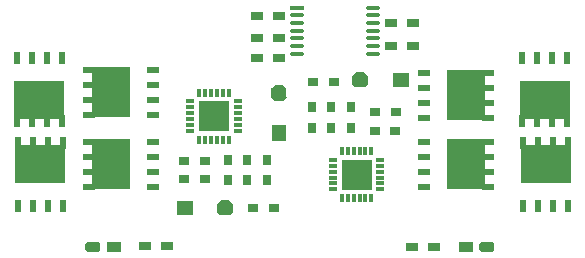
<source format=gtp>
G04*
G04 #@! TF.GenerationSoftware,Altium Limited,Altium Designer,22.1.2 (22)*
G04*
G04 Layer_Color=8421504*
%FSLAX25Y25*%
%MOIN*%
G70*
G04*
G04 #@! TF.SameCoordinates,95D767EF-CC4A-4202-867B-88222CEBD608*
G04*
G04*
G04 #@! TF.FilePolarity,Positive*
G04*
G01*
G75*
%ADD16R,0.04000X0.03150*%
%ADD17R,0.05000X0.05500*%
G04:AMPARAMS|DCode=18|XSize=55mil|YSize=50mil|CornerRadius=0mil|HoleSize=0mil|Usage=FLASHONLY|Rotation=90.000|XOffset=0mil|YOffset=0mil|HoleType=Round|Shape=Octagon|*
%AMOCTAGOND18*
4,1,8,0.01250,0.02750,-0.01250,0.02750,-0.02500,0.01500,-0.02500,-0.01500,-0.01250,-0.02750,0.01250,-0.02750,0.02500,-0.01500,0.02500,0.01500,0.01250,0.02750,0.0*
%
%ADD18OCTAGOND18*%

%ADD19R,0.03150X0.01181*%
%ADD20R,0.01181X0.03150*%
%ADD21R,0.10236X0.10236*%
%ADD22R,0.03940X0.01960*%
%ADD23R,0.12800X0.16950*%
G04:AMPARAMS|DCode=24|XSize=50mil|YSize=35mil|CornerRadius=0mil|HoleSize=0mil|Usage=FLASHONLY|Rotation=180.000|XOffset=0mil|YOffset=0mil|HoleType=Round|Shape=Octagon|*
%AMOCTAGOND24*
4,1,8,-0.02500,0.00875,-0.02500,-0.00875,-0.01625,-0.01750,0.01625,-0.01750,0.02500,-0.00875,0.02500,0.00875,0.01625,0.01750,-0.01625,0.01750,-0.02500,0.00875,0.0*
%
%ADD24OCTAGOND24*%

%ADD25R,0.05000X0.03500*%
%ADD26R,0.03500X0.03000*%
%ADD27R,0.05500X0.05000*%
G04:AMPARAMS|DCode=28|XSize=55mil|YSize=50mil|CornerRadius=0mil|HoleSize=0mil|Usage=FLASHONLY|Rotation=180.000|XOffset=0mil|YOffset=0mil|HoleType=Round|Shape=Octagon|*
%AMOCTAGOND28*
4,1,8,-0.02750,0.01250,-0.02750,-0.01250,-0.01500,-0.02500,0.01500,-0.02500,0.02750,-0.01250,0.02750,0.01250,0.01500,0.02500,-0.01500,0.02500,-0.02750,0.01250,0.0*
%
%ADD28OCTAGOND28*%

%ADD29R,0.03000X0.03500*%
%ADD30O,0.04724X0.01260*%
%ADD31R,0.04724X0.01260*%
%ADD32R,0.01960X0.03940*%
%ADD33R,0.16950X0.12800*%
D16*
X117700Y83000D02*
D03*
X125000D02*
D03*
X117850Y75500D02*
D03*
X125150D02*
D03*
X117850Y69000D02*
D03*
X125150D02*
D03*
X162350Y80500D02*
D03*
X169650D02*
D03*
X162350Y73000D02*
D03*
X169650D02*
D03*
X80350Y6200D02*
D03*
X87650D02*
D03*
X169350Y6000D02*
D03*
X176650D02*
D03*
D17*
X125000Y43750D02*
D03*
D18*
Y57250D02*
D03*
D19*
X95625Y54403D02*
D03*
Y52434D02*
D03*
Y46529D02*
D03*
Y44561D02*
D03*
X111373Y46529D02*
D03*
Y44561D02*
D03*
Y48498D02*
D03*
X95625D02*
D03*
X111373Y50466D02*
D03*
X95625D02*
D03*
X111373Y54403D02*
D03*
Y52434D02*
D03*
X158874Y25079D02*
D03*
Y27047D02*
D03*
Y32953D02*
D03*
Y34921D02*
D03*
X143126Y32953D02*
D03*
Y34921D02*
D03*
Y30984D02*
D03*
X158874D02*
D03*
X143126Y29016D02*
D03*
X158874D02*
D03*
X143126Y25079D02*
D03*
Y27047D02*
D03*
D20*
X106452Y41608D02*
D03*
X108421Y57356D02*
D03*
X106452D02*
D03*
X104484D02*
D03*
X98578Y41608D02*
D03*
X100547D02*
D03*
X102515D02*
D03*
X104484D02*
D03*
X100547Y57356D02*
D03*
X108421Y41608D02*
D03*
X102515Y57356D02*
D03*
X98578D02*
D03*
X148047Y37874D02*
D03*
X146079Y22126D02*
D03*
X148047D02*
D03*
X150016D02*
D03*
X155921Y37874D02*
D03*
X153953D02*
D03*
X151984D02*
D03*
X150016D02*
D03*
X153953Y22126D02*
D03*
X146079Y37874D02*
D03*
X151984Y22126D02*
D03*
X155921D02*
D03*
D21*
X103500Y49500D02*
D03*
X150999Y29982D02*
D03*
D22*
X194720Y49000D02*
D03*
Y54000D02*
D03*
Y59000D02*
D03*
Y64000D02*
D03*
X173500D02*
D03*
Y59000D02*
D03*
Y54000D02*
D03*
Y49000D02*
D03*
X194720Y26000D02*
D03*
Y31000D02*
D03*
Y36000D02*
D03*
Y41000D02*
D03*
X173500D02*
D03*
Y36000D02*
D03*
Y31000D02*
D03*
Y26000D02*
D03*
X83129Y65000D02*
D03*
Y60000D02*
D03*
Y55000D02*
D03*
Y50000D02*
D03*
X61909D02*
D03*
Y55000D02*
D03*
Y60000D02*
D03*
Y65000D02*
D03*
X83129Y41000D02*
D03*
Y36000D02*
D03*
Y31000D02*
D03*
Y26000D02*
D03*
X61909D02*
D03*
Y31000D02*
D03*
Y36000D02*
D03*
Y41000D02*
D03*
D23*
X187629Y56500D02*
D03*
Y33500D02*
D03*
X69000Y57500D02*
D03*
Y33500D02*
D03*
D24*
X63000Y6000D02*
D03*
X194500D02*
D03*
D25*
X70000D02*
D03*
X187500D02*
D03*
D26*
X143500Y61000D02*
D03*
X136600D02*
D03*
X157000Y44500D02*
D03*
X163900D02*
D03*
X164000Y51000D02*
D03*
X157100D02*
D03*
X123400Y19000D02*
D03*
X116500D02*
D03*
X100500Y34500D02*
D03*
X93600D02*
D03*
X93500Y28500D02*
D03*
X100400D02*
D03*
D27*
X165750Y61500D02*
D03*
X93750Y19000D02*
D03*
D28*
X152250Y61500D02*
D03*
X107250Y19000D02*
D03*
D29*
X108000Y35000D02*
D03*
Y28100D02*
D03*
X114500D02*
D03*
Y35000D02*
D03*
X121000Y28100D02*
D03*
Y35000D02*
D03*
X149000Y45500D02*
D03*
Y52400D02*
D03*
X142500Y52500D02*
D03*
Y45600D02*
D03*
X136000Y45500D02*
D03*
Y52400D02*
D03*
D30*
X156500Y70264D02*
D03*
Y72823D02*
D03*
Y75382D02*
D03*
Y77941D02*
D03*
Y80500D02*
D03*
Y83059D02*
D03*
Y85618D02*
D03*
X131303Y70264D02*
D03*
Y72823D02*
D03*
Y75382D02*
D03*
Y77941D02*
D03*
Y80500D02*
D03*
Y83059D02*
D03*
D31*
Y85618D02*
D03*
D32*
X221500Y40591D02*
D03*
X216500D02*
D03*
X211500D02*
D03*
X206500D02*
D03*
Y19371D02*
D03*
X211500D02*
D03*
X216500D02*
D03*
X221500D02*
D03*
X206264Y47780D02*
D03*
X211264D02*
D03*
X216264D02*
D03*
X221264D02*
D03*
Y69000D02*
D03*
X216264D02*
D03*
X211264D02*
D03*
X206264D02*
D03*
X37764D02*
D03*
X42764D02*
D03*
X47764D02*
D03*
X52764D02*
D03*
Y47780D02*
D03*
X47764D02*
D03*
X42764D02*
D03*
X37764D02*
D03*
X53000Y19371D02*
D03*
X48000D02*
D03*
X43000D02*
D03*
X38000D02*
D03*
Y40591D02*
D03*
X43000D02*
D03*
X48000D02*
D03*
X53000D02*
D03*
D33*
X214000Y33500D02*
D03*
X213764Y54871D02*
D03*
X45264D02*
D03*
X45500Y33500D02*
D03*
M02*

</source>
